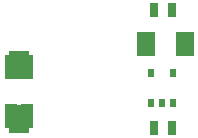
<source format=gbr>
G04 #@! TF.FileFunction,Paste,Top*
%FSLAX46Y46*%
G04 Gerber Fmt 4.6, Leading zero omitted, Abs format (unit mm)*
G04 Created by KiCad (PCBNEW 4.0.5-e0-6337~49~ubuntu14.04.1) date Wed Mar  1 14:13:56 2017*
%MOMM*%
%LPD*%
G01*
G04 APERTURE LIST*
%ADD10C,0.100000*%
%ADD11R,1.800000X2.400000*%
%ADD12R,1.000000X2.000000*%
%ADD13R,0.635000X1.143000*%
%ADD14R,1.524000X2.032000*%
%ADD15R,0.508000X0.762000*%
G04 APERTURE END LIST*
D10*
D11*
X165190000Y-102630000D03*
X165190000Y-107230000D03*
D12*
X164490000Y-107030000D03*
X165890000Y-107030000D03*
X164490000Y-102830000D03*
X165890000Y-102830000D03*
D13*
X176638000Y-108000000D03*
X178162000Y-108000000D03*
X176638000Y-98000000D03*
X178162000Y-98000000D03*
D14*
X175919000Y-100880000D03*
X179221000Y-100880000D03*
D15*
X176347500Y-105870000D03*
X178252500Y-105870000D03*
X176347500Y-103330000D03*
X177300000Y-105870000D03*
X178252500Y-103330000D03*
M02*

</source>
